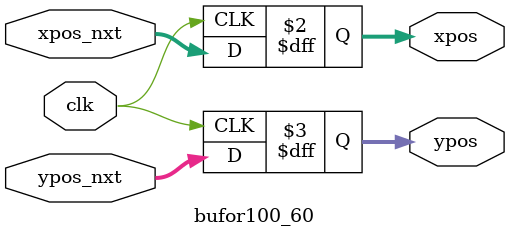
<source format=sv>
`timescale 1 ns / 1 ps

module bufor100_60(
    input clk,
    input logic [11:0] xpos_nxt,
    input logic [11:0] ypos_nxt,
    output logic [11:0] xpos,
    output logic [11:0] ypos
);


always_ff @(posedge clk) begin
    xpos <= xpos_nxt;
    ypos <= ypos_nxt;
end

endmodule
</source>
